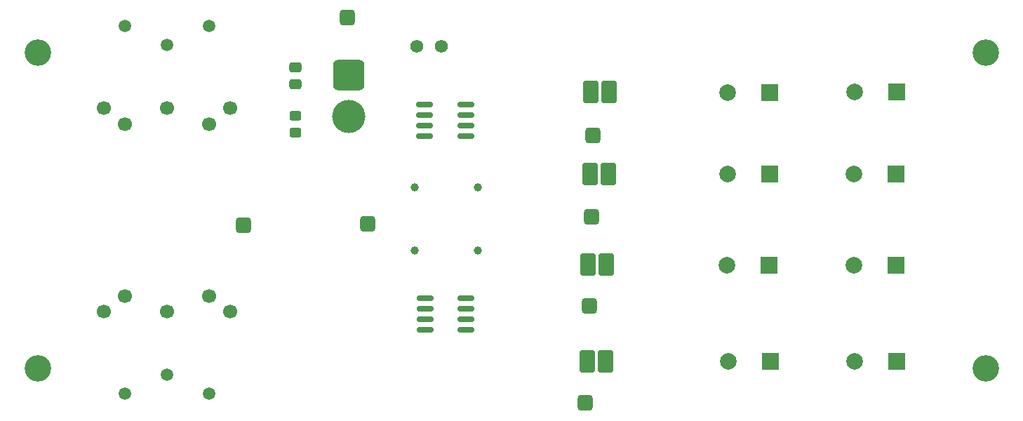
<source format=gbr>
%TF.GenerationSoftware,KiCad,Pcbnew,9.0.5*%
%TF.CreationDate,2025-11-19T13:21:17-07:00*%
%TF.ProjectId,Tx,54782e6b-6963-4616-945f-706362585858,rev?*%
%TF.SameCoordinates,Original*%
%TF.FileFunction,Soldermask,Top*%
%TF.FilePolarity,Negative*%
%FSLAX46Y46*%
G04 Gerber Fmt 4.6, Leading zero omitted, Abs format (unit mm)*
G04 Created by KiCad (PCBNEW 9.0.5) date 2025-11-19 13:21:17*
%MOMM*%
%LPD*%
G01*
G04 APERTURE LIST*
G04 Aperture macros list*
%AMRoundRect*
0 Rectangle with rounded corners*
0 $1 Rounding radius*
0 $2 $3 $4 $5 $6 $7 $8 $9 X,Y pos of 4 corners*
0 Add a 4 corners polygon primitive as box body*
4,1,4,$2,$3,$4,$5,$6,$7,$8,$9,$2,$3,0*
0 Add four circle primitives for the rounded corners*
1,1,$1+$1,$2,$3*
1,1,$1+$1,$4,$5*
1,1,$1+$1,$6,$7*
1,1,$1+$1,$8,$9*
0 Add four rect primitives between the rounded corners*
20,1,$1+$1,$2,$3,$4,$5,0*
20,1,$1+$1,$4,$5,$6,$7,0*
20,1,$1+$1,$6,$7,$8,$9,0*
20,1,$1+$1,$8,$9,$2,$3,0*%
G04 Aperture macros list end*
%ADD10C,1.700000*%
%ADD11C,1.500000*%
%ADD12RoundRect,0.476250X-0.476250X-0.476250X0.476250X-0.476250X0.476250X0.476250X-0.476250X0.476250X0*%
%ADD13RoundRect,0.760000X-1.140000X1.140000X-1.140000X-1.140000X1.140000X-1.140000X1.140000X1.140000X0*%
%ADD14C,4.000000*%
%ADD15R,2.000000X2.000000*%
%ADD16C,2.000000*%
%ADD17RoundRect,0.250000X0.475000X-0.337500X0.475000X0.337500X-0.475000X0.337500X-0.475000X-0.337500X0*%
%ADD18C,3.200000*%
%ADD19RoundRect,0.150000X-0.825000X-0.150000X0.825000X-0.150000X0.825000X0.150000X-0.825000X0.150000X0*%
%ADD20C,1.000000*%
%ADD21C,1.574800*%
%ADD22RoundRect,0.250000X0.450000X-0.325000X0.450000X0.325000X-0.450000X0.325000X-0.450000X-0.325000X0*%
%ADD23RoundRect,0.285000X0.665000X1.064999X-0.665000X1.064999X-0.665000X-1.064999X0.665000X-1.064999X0*%
G04 APERTURE END LIST*
D10*
%TO.C,J3*%
X114040000Y-121594000D03*
X106420000Y-121594000D03*
X98800000Y-121594000D03*
X111500000Y-119689000D03*
X101340000Y-119689000D03*
D11*
X106420000Y-129214000D03*
X101340000Y-131500000D03*
X111500000Y-131500000D03*
%TD*%
D12*
%TO.C,TP6*%
X157400000Y-120900000D03*
%TD*%
D13*
%TO.C,J2*%
X128300000Y-93000000D03*
D14*
X128300000Y-98000000D03*
%TD*%
D12*
%TO.C,TP1*%
X128200000Y-86100000D03*
%TD*%
D15*
%TO.C,R7*%
X179040000Y-115950000D03*
D16*
X173960000Y-115950000D03*
%TD*%
D12*
%TO.C,TP3*%
X130600000Y-111000000D03*
%TD*%
D17*
%TO.C,R1*%
X121939974Y-94160026D03*
X121939974Y-92085026D03*
%TD*%
D18*
%TO.C,REF\u002A\u002A*%
X90800000Y-128400000D03*
%TD*%
D19*
%TO.C,U2*%
X137550000Y-119930000D03*
X137550000Y-121200000D03*
X137550000Y-122470000D03*
X137550000Y-123740000D03*
X142500000Y-123740000D03*
X142500000Y-122470000D03*
X142500000Y-121200000D03*
X142500000Y-119930000D03*
%TD*%
D12*
%TO.C,TP7*%
X156900000Y-132600000D03*
%TD*%
D20*
%TO.C,Y1*%
X136300000Y-106600000D03*
X143900000Y-106600000D03*
X143900000Y-114200000D03*
X136300000Y-114200000D03*
%TD*%
D18*
%TO.C,REF\u002A\u002A*%
X205200000Y-90300000D03*
%TD*%
D15*
%TO.C,R5*%
X179180000Y-105000000D03*
D16*
X174100000Y-105000000D03*
%TD*%
D12*
%TO.C,TP2*%
X115675091Y-111100000D03*
%TD*%
D15*
%TO.C,R2*%
X194440000Y-95050000D03*
D16*
X189360000Y-95050000D03*
%TD*%
D18*
%TO.C,REF\u002A\u002A*%
X205200000Y-128400000D03*
%TD*%
D12*
%TO.C,TP4*%
X157800000Y-100300000D03*
%TD*%
D15*
%TO.C,R8*%
X194421073Y-127532029D03*
D16*
X189341073Y-127532029D03*
%TD*%
D15*
%TO.C,R6*%
X194412518Y-115931394D03*
D16*
X189332518Y-115931394D03*
%TD*%
D19*
%TO.C,U1*%
X137525000Y-96595000D03*
X137525000Y-97865000D03*
X137525000Y-99135000D03*
X137525000Y-100405000D03*
X142475000Y-100405000D03*
X142475000Y-99135000D03*
X142475000Y-97865000D03*
X142475000Y-96595000D03*
%TD*%
D15*
%TO.C,R3*%
X179180000Y-95100000D03*
D16*
X174100000Y-95100000D03*
%TD*%
D12*
%TO.C,TP5*%
X157600000Y-110100000D03*
%TD*%
D15*
%TO.C,R9*%
X179184938Y-127583667D03*
D16*
X174104938Y-127583667D03*
%TD*%
D15*
%TO.C,R4*%
X194380000Y-105000000D03*
D16*
X189300000Y-105000000D03*
%TD*%
D21*
%TO.C,J1*%
X139535700Y-89560400D03*
X136535701Y-89560400D03*
%TD*%
D22*
%TO.C,D1*%
X121900000Y-97904600D03*
X121900000Y-99936600D03*
%TD*%
D18*
%TO.C,REF\u002A\u002A*%
X90800000Y-90300000D03*
%TD*%
D23*
%TO.C,D3*%
X159700000Y-105000000D03*
X157500000Y-105000000D03*
%TD*%
%TO.C,D4*%
X159400000Y-115900000D03*
X157200000Y-115900000D03*
%TD*%
%TO.C,D5*%
X159300000Y-127600000D03*
X157100000Y-127600000D03*
%TD*%
%TO.C,D2*%
X159768605Y-95094182D03*
X157568605Y-95094182D03*
%TD*%
D10*
%TO.C,J4*%
X98780000Y-97020000D03*
X106400000Y-97020000D03*
X114020000Y-97020000D03*
X101320000Y-98925000D03*
X111480000Y-98925000D03*
D11*
X106400000Y-89400000D03*
X111480000Y-87114000D03*
X101320000Y-87114000D03*
%TD*%
M02*

</source>
